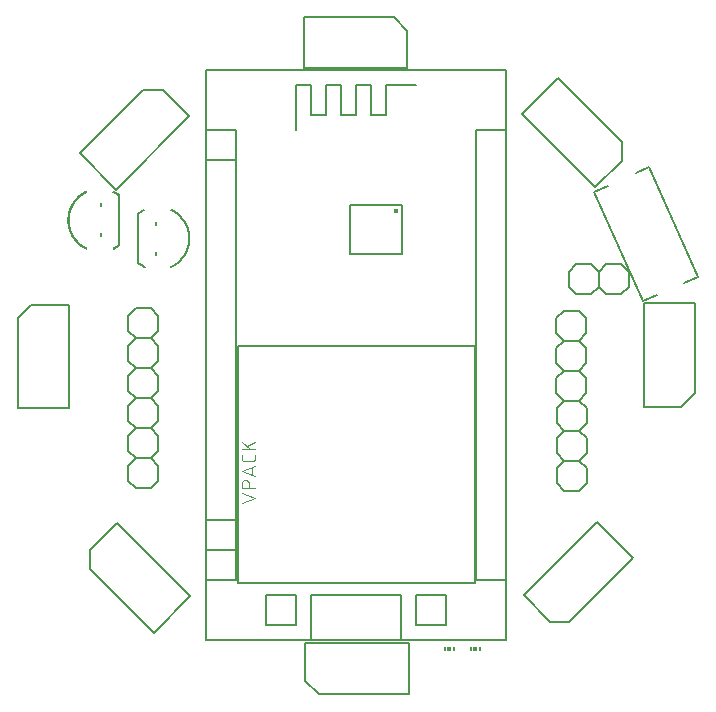
<source format=gto>
G75*
%MOIN*%
%OFA0B0*%
%FSLAX25Y25*%
%IPPOS*%
%LPD*%
%AMOC8*
5,1,8,0,0,1.08239X$1,22.5*
%
%ADD10C,0.00500*%
%ADD11C,0.00600*%
%ADD12C,0.00050*%
%ADD13C,0.00800*%
%ADD14C,0.00400*%
%ADD15C,0.01761*%
%ADD16R,0.00591X0.01181*%
%ADD17R,0.01181X0.01181*%
D10*
X0032425Y0050263D02*
X0032425Y0056627D01*
X0041264Y0065466D01*
X0065659Y0041071D01*
X0053638Y0029050D01*
X0032425Y0050263D01*
X0071008Y0046435D02*
X0071008Y0056435D01*
X0081008Y0056435D01*
X0081008Y0046435D01*
X0071008Y0046435D01*
X0071008Y0056435D02*
X0071008Y0066435D01*
X0081008Y0066435D01*
X0081008Y0056435D01*
X0081008Y0066435D02*
X0081008Y0186435D01*
X0071008Y0186435D01*
X0071008Y0196435D01*
X0081008Y0196435D01*
X0081008Y0186435D01*
X0071008Y0186435D02*
X0071008Y0066435D01*
X0081748Y0045684D02*
X0160488Y0045684D01*
X0160488Y0124424D01*
X0081748Y0124424D01*
X0081748Y0045684D01*
X0104047Y0025465D02*
X0104047Y0012965D01*
X0108547Y0008465D01*
X0138547Y0008465D01*
X0138547Y0025465D01*
X0104047Y0025465D01*
X0161008Y0046435D02*
X0161008Y0196435D01*
X0171008Y0196435D01*
X0171008Y0046435D01*
X0161008Y0046435D01*
X0176842Y0041437D02*
X0185680Y0032598D01*
X0192044Y0032598D01*
X0213258Y0053812D01*
X0201237Y0065832D01*
X0176842Y0041437D01*
X0216922Y0104259D02*
X0229422Y0104259D01*
X0233922Y0108759D01*
X0233922Y0138759D01*
X0216922Y0138759D01*
X0216922Y0104259D01*
X0200733Y0177479D02*
X0209572Y0186318D01*
X0209572Y0192682D01*
X0188358Y0213895D01*
X0176338Y0201874D01*
X0200733Y0177479D01*
X0138116Y0217122D02*
X0138116Y0229622D01*
X0133616Y0234122D01*
X0103616Y0234122D01*
X0103616Y0217122D01*
X0138116Y0217122D01*
X0116008Y0211435D02*
X0116008Y0201435D01*
X0106008Y0211435D02*
X0101008Y0211435D01*
X0091008Y0216435D02*
X0071008Y0216435D01*
X0056462Y0209959D02*
X0065301Y0201120D01*
X0040906Y0176725D01*
X0028885Y0188746D01*
X0050098Y0209959D01*
X0056462Y0209959D01*
X0041947Y0174893D02*
X0041947Y0158396D01*
X0035947Y0161117D02*
X0035947Y0162172D01*
X0035947Y0171117D02*
X0035947Y0172172D01*
X0048369Y0168730D02*
X0048369Y0152234D01*
X0054369Y0154954D02*
X0054369Y0156009D01*
X0050491Y0150936D02*
X0050266Y0151043D01*
X0050043Y0151155D01*
X0049823Y0151272D01*
X0049606Y0151394D01*
X0049391Y0151522D01*
X0049180Y0151655D01*
X0048972Y0151792D01*
X0048768Y0151935D01*
X0048566Y0152082D01*
X0048369Y0152234D01*
X0059341Y0150982D02*
X0059571Y0151094D01*
X0059798Y0151211D01*
X0060022Y0151333D01*
X0060243Y0151461D01*
X0060460Y0151595D01*
X0060675Y0151733D01*
X0060886Y0151877D01*
X0061093Y0152026D01*
X0061297Y0152180D01*
X0061497Y0152338D01*
X0061693Y0152502D01*
X0061885Y0152670D01*
X0062073Y0152843D01*
X0062257Y0153021D01*
X0062436Y0153202D01*
X0062611Y0153389D01*
X0062781Y0153579D01*
X0062946Y0153773D01*
X0063107Y0153972D01*
X0063263Y0154174D01*
X0063414Y0154380D01*
X0063560Y0154590D01*
X0063700Y0154803D01*
X0063836Y0155019D01*
X0063966Y0155239D01*
X0064091Y0155462D01*
X0064210Y0155687D01*
X0064324Y0155916D01*
X0064432Y0156147D01*
X0064535Y0156381D01*
X0064632Y0156617D01*
X0064723Y0156856D01*
X0064808Y0157096D01*
X0064888Y0157339D01*
X0064961Y0157584D01*
X0065029Y0157830D01*
X0065090Y0158078D01*
X0065145Y0158327D01*
X0065195Y0158577D01*
X0065238Y0158829D01*
X0065275Y0159082D01*
X0065306Y0159335D01*
X0065331Y0159589D01*
X0065350Y0159844D01*
X0065362Y0160099D01*
X0065368Y0160354D01*
X0065368Y0160610D01*
X0065362Y0160865D01*
X0065350Y0161120D01*
X0065331Y0161375D01*
X0065306Y0161629D01*
X0065275Y0161882D01*
X0065238Y0162135D01*
X0065195Y0162387D01*
X0065145Y0162637D01*
X0065090Y0162886D01*
X0065029Y0163134D01*
X0064961Y0163380D01*
X0064888Y0163625D01*
X0064808Y0163868D01*
X0064723Y0164108D01*
X0064632Y0164347D01*
X0064535Y0164583D01*
X0064432Y0164817D01*
X0064324Y0165048D01*
X0064210Y0165277D01*
X0064091Y0165502D01*
X0063966Y0165725D01*
X0063836Y0165945D01*
X0063700Y0166161D01*
X0063560Y0166374D01*
X0063414Y0166584D01*
X0063263Y0166790D01*
X0063107Y0166992D01*
X0062946Y0167191D01*
X0062781Y0167385D01*
X0062611Y0167575D01*
X0062436Y0167762D01*
X0062257Y0167943D01*
X0062073Y0168121D01*
X0061885Y0168294D01*
X0061693Y0168462D01*
X0061497Y0168626D01*
X0061297Y0168784D01*
X0061093Y0168938D01*
X0060886Y0169087D01*
X0060675Y0169231D01*
X0060460Y0169369D01*
X0060243Y0169503D01*
X0060022Y0169631D01*
X0059798Y0169753D01*
X0059571Y0169870D01*
X0059341Y0169982D01*
X0054369Y0166009D02*
X0054369Y0164954D01*
X0050397Y0169984D02*
X0050182Y0169880D01*
X0049969Y0169771D01*
X0049759Y0169657D01*
X0049552Y0169538D01*
X0049347Y0169415D01*
X0049145Y0169287D01*
X0048946Y0169154D01*
X0048751Y0169017D01*
X0048558Y0168876D01*
X0048369Y0168730D01*
X0025231Y0138308D02*
X0012731Y0138308D01*
X0008231Y0133808D01*
X0008231Y0103808D01*
X0025231Y0103808D01*
X0025231Y0138308D01*
X0118919Y0155135D02*
X0136242Y0155135D01*
X0136242Y0171671D01*
X0118919Y0171671D01*
X0118919Y0155135D01*
D11*
X0055073Y0134677D02*
X0055073Y0129677D01*
X0052573Y0127177D01*
X0055073Y0124677D01*
X0055073Y0119677D01*
X0052573Y0117177D01*
X0055073Y0114677D01*
X0055073Y0109677D01*
X0052573Y0107177D01*
X0047573Y0107177D01*
X0045073Y0109677D01*
X0045073Y0114677D01*
X0047573Y0117177D01*
X0045073Y0119677D01*
X0045073Y0124677D01*
X0047573Y0127177D01*
X0045073Y0129677D01*
X0045073Y0134677D01*
X0047573Y0137177D01*
X0052573Y0137177D01*
X0055073Y0134677D01*
X0052573Y0127177D02*
X0047573Y0127177D01*
X0047573Y0117177D02*
X0052573Y0117177D01*
X0052603Y0107085D02*
X0047603Y0107085D01*
X0045103Y0104585D01*
X0045103Y0099585D01*
X0047603Y0097085D01*
X0052603Y0097085D01*
X0055103Y0099585D01*
X0055103Y0104585D01*
X0052603Y0107085D01*
X0052603Y0097085D02*
X0055103Y0094585D01*
X0055103Y0089585D01*
X0052603Y0087085D01*
X0055103Y0084585D01*
X0055103Y0079585D01*
X0052603Y0077085D01*
X0047603Y0077085D01*
X0045103Y0079585D01*
X0045103Y0084585D01*
X0047603Y0087085D01*
X0045103Y0089585D01*
X0045103Y0094585D01*
X0047603Y0097085D01*
X0047603Y0087085D02*
X0052603Y0087085D01*
X0187803Y0088735D02*
X0187803Y0093735D01*
X0190303Y0096235D01*
X0187803Y0098735D01*
X0187803Y0103735D01*
X0190303Y0106235D01*
X0195303Y0106235D01*
X0197803Y0103735D01*
X0197803Y0098735D01*
X0195303Y0096235D01*
X0197803Y0093735D01*
X0197803Y0088735D01*
X0195303Y0086235D01*
X0197803Y0083735D01*
X0197803Y0078735D01*
X0195303Y0076235D01*
X0190303Y0076235D01*
X0187803Y0078735D01*
X0187803Y0083735D01*
X0190303Y0086235D01*
X0187803Y0088735D01*
X0190303Y0086235D02*
X0195303Y0086235D01*
X0195303Y0096235D02*
X0190303Y0096235D01*
X0190253Y0106263D02*
X0187753Y0108763D01*
X0187753Y0113763D01*
X0190253Y0116263D01*
X0187753Y0118763D01*
X0187753Y0123763D01*
X0190253Y0126263D01*
X0187753Y0128763D01*
X0187753Y0133763D01*
X0190253Y0136263D01*
X0195253Y0136263D01*
X0197753Y0133763D01*
X0197753Y0128763D01*
X0195253Y0126263D01*
X0197753Y0123763D01*
X0197753Y0118763D01*
X0195253Y0116263D01*
X0197753Y0113763D01*
X0197753Y0108763D01*
X0195253Y0106263D01*
X0190253Y0106263D01*
X0190253Y0116263D02*
X0195253Y0116263D01*
X0195253Y0126263D02*
X0190253Y0126263D01*
X0194359Y0141889D02*
X0191859Y0144389D01*
X0191859Y0149389D01*
X0194359Y0151889D01*
X0199359Y0151889D01*
X0201859Y0149389D01*
X0204359Y0151889D01*
X0209359Y0151889D01*
X0211859Y0149389D01*
X0211859Y0144389D01*
X0209359Y0141889D01*
X0204359Y0141889D01*
X0201859Y0144389D01*
X0199359Y0141889D01*
X0194359Y0141889D01*
X0201859Y0144389D02*
X0201859Y0149389D01*
D12*
X0030857Y0176337D02*
X0031049Y0175930D01*
X0031048Y0175931D02*
X0030822Y0175820D01*
X0030598Y0175704D01*
X0030377Y0175582D01*
X0030160Y0175455D01*
X0029945Y0175323D01*
X0029734Y0175185D01*
X0029526Y0175043D01*
X0029322Y0174895D01*
X0029121Y0174742D01*
X0028925Y0174585D01*
X0028732Y0174422D01*
X0028543Y0174255D01*
X0028359Y0174084D01*
X0028178Y0173907D01*
X0028002Y0173727D01*
X0027831Y0173542D01*
X0027664Y0173353D01*
X0027502Y0173160D01*
X0027344Y0172964D01*
X0027192Y0172763D01*
X0027044Y0172559D01*
X0026902Y0172351D01*
X0026764Y0172139D01*
X0026632Y0171925D01*
X0026505Y0171707D01*
X0026384Y0171486D01*
X0026268Y0171262D01*
X0026157Y0171036D01*
X0026053Y0170807D01*
X0025953Y0170575D01*
X0025860Y0170341D01*
X0025772Y0170105D01*
X0025690Y0169866D01*
X0025614Y0169626D01*
X0025544Y0169384D01*
X0025480Y0169140D01*
X0025421Y0168895D01*
X0025369Y0168648D01*
X0025323Y0168401D01*
X0025283Y0168152D01*
X0025249Y0167902D01*
X0025221Y0167652D01*
X0025200Y0167400D01*
X0025184Y0167149D01*
X0025175Y0166897D01*
X0025172Y0166645D01*
X0025175Y0166393D01*
X0025184Y0166141D01*
X0025200Y0165890D01*
X0025221Y0165638D01*
X0025249Y0165388D01*
X0025283Y0165138D01*
X0025323Y0164889D01*
X0025369Y0164642D01*
X0025421Y0164395D01*
X0025480Y0164150D01*
X0025544Y0163906D01*
X0025614Y0163664D01*
X0025690Y0163424D01*
X0025772Y0163185D01*
X0025860Y0162949D01*
X0025953Y0162715D01*
X0026053Y0162483D01*
X0026157Y0162254D01*
X0026268Y0162028D01*
X0026384Y0161804D01*
X0026505Y0161583D01*
X0026632Y0161365D01*
X0026764Y0161151D01*
X0026902Y0160939D01*
X0027044Y0160731D01*
X0027192Y0160527D01*
X0027344Y0160326D01*
X0027502Y0160130D01*
X0027664Y0159937D01*
X0027831Y0159748D01*
X0028002Y0159563D01*
X0028178Y0159383D01*
X0028359Y0159206D01*
X0028543Y0159035D01*
X0028732Y0158868D01*
X0028925Y0158705D01*
X0029121Y0158548D01*
X0029322Y0158395D01*
X0029526Y0158247D01*
X0029734Y0158105D01*
X0029945Y0157967D01*
X0030160Y0157835D01*
X0030377Y0157708D01*
X0030598Y0157586D01*
X0030822Y0157470D01*
X0031048Y0157359D01*
X0030857Y0156953D01*
X0030857Y0156952D01*
X0030620Y0157068D01*
X0030387Y0157189D01*
X0030156Y0157316D01*
X0029929Y0157448D01*
X0029705Y0157587D01*
X0029485Y0157730D01*
X0029268Y0157879D01*
X0029054Y0158033D01*
X0028845Y0158193D01*
X0028640Y0158357D01*
X0028439Y0158527D01*
X0028242Y0158701D01*
X0028049Y0158880D01*
X0027861Y0159064D01*
X0027677Y0159252D01*
X0027498Y0159445D01*
X0027324Y0159642D01*
X0027154Y0159844D01*
X0026990Y0160049D01*
X0026831Y0160259D01*
X0026677Y0160472D01*
X0026528Y0160689D01*
X0026384Y0160909D01*
X0026247Y0161134D01*
X0026114Y0161361D01*
X0025987Y0161591D01*
X0025866Y0161825D01*
X0025751Y0162061D01*
X0025641Y0162301D01*
X0025538Y0162542D01*
X0025440Y0162787D01*
X0025348Y0163033D01*
X0025263Y0163282D01*
X0025183Y0163533D01*
X0025110Y0163786D01*
X0025043Y0164040D01*
X0024982Y0164296D01*
X0024928Y0164554D01*
X0024880Y0164812D01*
X0024838Y0165072D01*
X0024803Y0165333D01*
X0024774Y0165594D01*
X0024751Y0165856D01*
X0024735Y0166119D01*
X0024725Y0166382D01*
X0024722Y0166645D01*
X0024725Y0166908D01*
X0024735Y0167171D01*
X0024751Y0167434D01*
X0024774Y0167696D01*
X0024803Y0167957D01*
X0024838Y0168218D01*
X0024880Y0168478D01*
X0024928Y0168736D01*
X0024982Y0168994D01*
X0025043Y0169250D01*
X0025110Y0169504D01*
X0025183Y0169757D01*
X0025263Y0170008D01*
X0025348Y0170257D01*
X0025440Y0170503D01*
X0025538Y0170748D01*
X0025641Y0170989D01*
X0025751Y0171229D01*
X0025866Y0171465D01*
X0025987Y0171699D01*
X0026114Y0171929D01*
X0026247Y0172156D01*
X0026384Y0172381D01*
X0026528Y0172601D01*
X0026677Y0172818D01*
X0026831Y0173031D01*
X0026990Y0173241D01*
X0027154Y0173446D01*
X0027324Y0173648D01*
X0027498Y0173845D01*
X0027677Y0174038D01*
X0027861Y0174226D01*
X0028049Y0174410D01*
X0028242Y0174589D01*
X0028439Y0174763D01*
X0028640Y0174933D01*
X0028845Y0175097D01*
X0029054Y0175257D01*
X0029268Y0175411D01*
X0029485Y0175560D01*
X0029705Y0175703D01*
X0029929Y0175842D01*
X0030156Y0175974D01*
X0030387Y0176101D01*
X0030620Y0176222D01*
X0030857Y0176338D01*
X0030877Y0176295D01*
X0030641Y0176180D01*
X0030409Y0176060D01*
X0030179Y0175933D01*
X0029953Y0175801D01*
X0029730Y0175664D01*
X0029511Y0175521D01*
X0029295Y0175372D01*
X0029082Y0175219D01*
X0028874Y0175060D01*
X0028670Y0174896D01*
X0028469Y0174728D01*
X0028273Y0174554D01*
X0028081Y0174376D01*
X0027894Y0174193D01*
X0027711Y0174005D01*
X0027533Y0173813D01*
X0027359Y0173617D01*
X0027191Y0173416D01*
X0027027Y0173212D01*
X0026868Y0173003D01*
X0026715Y0172791D01*
X0026567Y0172575D01*
X0026424Y0172355D01*
X0026287Y0172132D01*
X0026155Y0171906D01*
X0026029Y0171676D01*
X0025908Y0171444D01*
X0025793Y0171208D01*
X0025684Y0170970D01*
X0025581Y0170729D01*
X0025484Y0170486D01*
X0025393Y0170241D01*
X0025307Y0169993D01*
X0025228Y0169743D01*
X0025155Y0169492D01*
X0025089Y0169238D01*
X0025028Y0168983D01*
X0024974Y0168727D01*
X0024926Y0168470D01*
X0024884Y0168211D01*
X0024849Y0167951D01*
X0024820Y0167691D01*
X0024798Y0167430D01*
X0024782Y0167169D01*
X0024772Y0166907D01*
X0024769Y0166645D01*
X0024772Y0166383D01*
X0024782Y0166121D01*
X0024798Y0165860D01*
X0024820Y0165599D01*
X0024849Y0165339D01*
X0024884Y0165079D01*
X0024926Y0164820D01*
X0024974Y0164563D01*
X0025028Y0164307D01*
X0025089Y0164052D01*
X0025155Y0163798D01*
X0025228Y0163547D01*
X0025307Y0163297D01*
X0025393Y0163049D01*
X0025484Y0162804D01*
X0025581Y0162561D01*
X0025684Y0162320D01*
X0025793Y0162082D01*
X0025908Y0161846D01*
X0026029Y0161614D01*
X0026155Y0161384D01*
X0026287Y0161158D01*
X0026424Y0160935D01*
X0026567Y0160715D01*
X0026715Y0160499D01*
X0026868Y0160287D01*
X0027027Y0160078D01*
X0027191Y0159874D01*
X0027359Y0159673D01*
X0027533Y0159477D01*
X0027711Y0159285D01*
X0027894Y0159097D01*
X0028081Y0158914D01*
X0028273Y0158736D01*
X0028469Y0158562D01*
X0028670Y0158394D01*
X0028874Y0158230D01*
X0029082Y0158071D01*
X0029295Y0157918D01*
X0029511Y0157769D01*
X0029730Y0157626D01*
X0029953Y0157489D01*
X0030179Y0157357D01*
X0030409Y0157230D01*
X0030641Y0157110D01*
X0030877Y0156995D01*
X0030897Y0157037D01*
X0030662Y0157152D01*
X0030431Y0157272D01*
X0030202Y0157398D01*
X0029977Y0157529D01*
X0029755Y0157666D01*
X0029537Y0157808D01*
X0029322Y0157956D01*
X0029110Y0158109D01*
X0028903Y0158267D01*
X0028699Y0158430D01*
X0028500Y0158598D01*
X0028305Y0158771D01*
X0028114Y0158948D01*
X0027927Y0159131D01*
X0027745Y0159317D01*
X0027567Y0159508D01*
X0027395Y0159704D01*
X0027227Y0159903D01*
X0027064Y0160107D01*
X0026906Y0160315D01*
X0026753Y0160526D01*
X0026606Y0160741D01*
X0026464Y0160960D01*
X0026327Y0161182D01*
X0026196Y0161407D01*
X0026070Y0161636D01*
X0025950Y0161867D01*
X0025836Y0162102D01*
X0025727Y0162339D01*
X0025624Y0162579D01*
X0025528Y0162821D01*
X0025437Y0163065D01*
X0025352Y0163312D01*
X0025273Y0163560D01*
X0025201Y0163811D01*
X0025134Y0164063D01*
X0025074Y0164317D01*
X0025020Y0164572D01*
X0024972Y0164828D01*
X0024931Y0165086D01*
X0024896Y0165344D01*
X0024867Y0165603D01*
X0024845Y0165863D01*
X0024829Y0166124D01*
X0024819Y0166384D01*
X0024816Y0166645D01*
X0024819Y0166906D01*
X0024829Y0167166D01*
X0024845Y0167427D01*
X0024867Y0167687D01*
X0024896Y0167946D01*
X0024931Y0168204D01*
X0024972Y0168462D01*
X0025020Y0168718D01*
X0025074Y0168973D01*
X0025134Y0169227D01*
X0025201Y0169479D01*
X0025273Y0169730D01*
X0025352Y0169978D01*
X0025437Y0170225D01*
X0025528Y0170469D01*
X0025624Y0170711D01*
X0025727Y0170951D01*
X0025836Y0171188D01*
X0025950Y0171423D01*
X0026070Y0171654D01*
X0026196Y0171883D01*
X0026327Y0172108D01*
X0026464Y0172330D01*
X0026606Y0172549D01*
X0026753Y0172764D01*
X0026906Y0172975D01*
X0027064Y0173183D01*
X0027227Y0173387D01*
X0027395Y0173586D01*
X0027567Y0173782D01*
X0027745Y0173973D01*
X0027927Y0174159D01*
X0028114Y0174342D01*
X0028305Y0174519D01*
X0028500Y0174692D01*
X0028699Y0174860D01*
X0028903Y0175023D01*
X0029110Y0175181D01*
X0029322Y0175334D01*
X0029537Y0175482D01*
X0029755Y0175624D01*
X0029977Y0175761D01*
X0030202Y0175892D01*
X0030431Y0176018D01*
X0030662Y0176138D01*
X0030897Y0176253D01*
X0030917Y0176210D01*
X0030683Y0176096D01*
X0030453Y0175977D01*
X0030225Y0175851D01*
X0030001Y0175720D01*
X0029780Y0175584D01*
X0029563Y0175442D01*
X0029349Y0175296D01*
X0029138Y0175143D01*
X0028932Y0174986D01*
X0028729Y0174824D01*
X0028531Y0174656D01*
X0028336Y0174484D01*
X0028146Y0174308D01*
X0027960Y0174126D01*
X0027779Y0173940D01*
X0027602Y0173750D01*
X0027430Y0173555D01*
X0027263Y0173357D01*
X0027101Y0173154D01*
X0026944Y0172947D01*
X0026792Y0172737D01*
X0026645Y0172523D01*
X0026504Y0172305D01*
X0026367Y0172084D01*
X0026237Y0171860D01*
X0026112Y0171632D01*
X0025992Y0171402D01*
X0025878Y0171168D01*
X0025770Y0170932D01*
X0025668Y0170693D01*
X0025572Y0170452D01*
X0025481Y0170209D01*
X0025397Y0169963D01*
X0025318Y0169716D01*
X0025246Y0169467D01*
X0025180Y0169215D01*
X0025120Y0168963D01*
X0025066Y0168709D01*
X0025019Y0168454D01*
X0024977Y0168197D01*
X0024943Y0167940D01*
X0024914Y0167682D01*
X0024892Y0167423D01*
X0024876Y0167164D01*
X0024866Y0166905D01*
X0024863Y0166645D01*
X0024866Y0166385D01*
X0024876Y0166126D01*
X0024892Y0165867D01*
X0024914Y0165608D01*
X0024943Y0165350D01*
X0024977Y0165093D01*
X0025019Y0164836D01*
X0025066Y0164581D01*
X0025120Y0164327D01*
X0025180Y0164075D01*
X0025246Y0163823D01*
X0025318Y0163574D01*
X0025397Y0163327D01*
X0025481Y0163081D01*
X0025572Y0162838D01*
X0025668Y0162597D01*
X0025770Y0162358D01*
X0025878Y0162122D01*
X0025992Y0161888D01*
X0026112Y0161658D01*
X0026237Y0161430D01*
X0026367Y0161206D01*
X0026504Y0160985D01*
X0026645Y0160767D01*
X0026792Y0160553D01*
X0026944Y0160343D01*
X0027101Y0160136D01*
X0027263Y0159933D01*
X0027430Y0159735D01*
X0027602Y0159540D01*
X0027779Y0159350D01*
X0027960Y0159164D01*
X0028146Y0158982D01*
X0028336Y0158806D01*
X0028531Y0158634D01*
X0028729Y0158466D01*
X0028932Y0158304D01*
X0029138Y0158147D01*
X0029349Y0157994D01*
X0029563Y0157848D01*
X0029780Y0157706D01*
X0030001Y0157570D01*
X0030225Y0157439D01*
X0030453Y0157313D01*
X0030683Y0157194D01*
X0030917Y0157080D01*
X0030937Y0157122D01*
X0030704Y0157236D01*
X0030475Y0157355D01*
X0030249Y0157480D01*
X0030025Y0157610D01*
X0029805Y0157746D01*
X0029589Y0157887D01*
X0029376Y0158033D01*
X0029166Y0158184D01*
X0028961Y0158341D01*
X0028759Y0158503D01*
X0028561Y0158669D01*
X0028368Y0158840D01*
X0028178Y0159016D01*
X0027993Y0159197D01*
X0027813Y0159382D01*
X0027637Y0159572D01*
X0027466Y0159765D01*
X0027300Y0159963D01*
X0027138Y0160165D01*
X0026982Y0160371D01*
X0026830Y0160580D01*
X0026684Y0160793D01*
X0026543Y0161010D01*
X0026408Y0161230D01*
X0026278Y0161454D01*
X0026153Y0161680D01*
X0026034Y0161910D01*
X0025921Y0162142D01*
X0025813Y0162377D01*
X0025711Y0162615D01*
X0025615Y0162855D01*
X0025525Y0163097D01*
X0025441Y0163341D01*
X0025363Y0163588D01*
X0025291Y0163836D01*
X0025225Y0164086D01*
X0025166Y0164337D01*
X0025112Y0164590D01*
X0025065Y0164844D01*
X0025024Y0165100D01*
X0024989Y0165356D01*
X0024961Y0165613D01*
X0024939Y0165870D01*
X0024923Y0166128D01*
X0024913Y0166387D01*
X0024910Y0166645D01*
X0024913Y0166903D01*
X0024923Y0167162D01*
X0024939Y0167420D01*
X0024961Y0167677D01*
X0024989Y0167934D01*
X0025024Y0168190D01*
X0025065Y0168446D01*
X0025112Y0168700D01*
X0025166Y0168953D01*
X0025225Y0169204D01*
X0025291Y0169454D01*
X0025363Y0169702D01*
X0025441Y0169949D01*
X0025525Y0170193D01*
X0025615Y0170435D01*
X0025711Y0170675D01*
X0025813Y0170913D01*
X0025921Y0171148D01*
X0026034Y0171380D01*
X0026153Y0171610D01*
X0026278Y0171836D01*
X0026408Y0172060D01*
X0026543Y0172280D01*
X0026684Y0172497D01*
X0026830Y0172710D01*
X0026982Y0172919D01*
X0027138Y0173125D01*
X0027300Y0173327D01*
X0027466Y0173525D01*
X0027637Y0173718D01*
X0027813Y0173908D01*
X0027993Y0174093D01*
X0028178Y0174274D01*
X0028368Y0174450D01*
X0028561Y0174621D01*
X0028759Y0174787D01*
X0028961Y0174949D01*
X0029166Y0175106D01*
X0029376Y0175257D01*
X0029589Y0175403D01*
X0029805Y0175544D01*
X0030025Y0175680D01*
X0030249Y0175810D01*
X0030475Y0175935D01*
X0030704Y0176054D01*
X0030937Y0176168D01*
X0030957Y0176125D01*
X0030725Y0176012D01*
X0030497Y0175894D01*
X0030272Y0175769D01*
X0030049Y0175640D01*
X0029830Y0175505D01*
X0029615Y0175364D01*
X0029403Y0175219D01*
X0029194Y0175068D01*
X0028989Y0174912D01*
X0028789Y0174751D01*
X0028592Y0174585D01*
X0028399Y0174415D01*
X0028211Y0174239D01*
X0028027Y0174060D01*
X0027847Y0173875D01*
X0027672Y0173687D01*
X0027501Y0173494D01*
X0027336Y0173297D01*
X0027175Y0173096D01*
X0027019Y0172891D01*
X0026869Y0172683D01*
X0026723Y0172470D01*
X0026583Y0172255D01*
X0026448Y0172036D01*
X0026318Y0171813D01*
X0026194Y0171588D01*
X0026076Y0171359D01*
X0025963Y0171128D01*
X0025856Y0170894D01*
X0025755Y0170657D01*
X0025659Y0170418D01*
X0025570Y0170177D01*
X0025486Y0169934D01*
X0025408Y0169689D01*
X0025337Y0169441D01*
X0025271Y0169193D01*
X0025212Y0168942D01*
X0025158Y0168690D01*
X0025111Y0168438D01*
X0025070Y0168183D01*
X0025036Y0167928D01*
X0025007Y0167673D01*
X0024985Y0167416D01*
X0024970Y0167159D01*
X0024960Y0166902D01*
X0024957Y0166645D01*
X0024960Y0166388D01*
X0024970Y0166131D01*
X0024985Y0165874D01*
X0025007Y0165617D01*
X0025036Y0165362D01*
X0025070Y0165107D01*
X0025111Y0164852D01*
X0025158Y0164600D01*
X0025212Y0164348D01*
X0025271Y0164097D01*
X0025337Y0163849D01*
X0025408Y0163601D01*
X0025486Y0163356D01*
X0025570Y0163113D01*
X0025659Y0162872D01*
X0025755Y0162633D01*
X0025856Y0162396D01*
X0025963Y0162162D01*
X0026076Y0161931D01*
X0026194Y0161702D01*
X0026318Y0161477D01*
X0026448Y0161254D01*
X0026583Y0161035D01*
X0026723Y0160820D01*
X0026869Y0160607D01*
X0027019Y0160399D01*
X0027175Y0160194D01*
X0027336Y0159993D01*
X0027501Y0159796D01*
X0027672Y0159603D01*
X0027847Y0159415D01*
X0028027Y0159230D01*
X0028211Y0159051D01*
X0028399Y0158875D01*
X0028592Y0158705D01*
X0028789Y0158539D01*
X0028989Y0158378D01*
X0029194Y0158222D01*
X0029403Y0158071D01*
X0029615Y0157926D01*
X0029830Y0157785D01*
X0030049Y0157650D01*
X0030272Y0157521D01*
X0030497Y0157396D01*
X0030725Y0157278D01*
X0030957Y0157165D01*
X0030977Y0157207D01*
X0030746Y0157320D01*
X0030519Y0157438D01*
X0030295Y0157561D01*
X0030074Y0157691D01*
X0029855Y0157825D01*
X0029641Y0157965D01*
X0029430Y0158110D01*
X0029222Y0158260D01*
X0029018Y0158415D01*
X0028818Y0158575D01*
X0028622Y0158740D01*
X0028431Y0158910D01*
X0028243Y0159085D01*
X0028060Y0159264D01*
X0027881Y0159447D01*
X0027707Y0159635D01*
X0027537Y0159827D01*
X0027372Y0160023D01*
X0027212Y0160223D01*
X0027057Y0160427D01*
X0026907Y0160635D01*
X0026762Y0160846D01*
X0026623Y0161061D01*
X0026488Y0161279D01*
X0026359Y0161500D01*
X0026236Y0161725D01*
X0026118Y0161952D01*
X0026006Y0162182D01*
X0025899Y0162415D01*
X0025798Y0162651D01*
X0025703Y0162888D01*
X0025614Y0163129D01*
X0025531Y0163371D01*
X0025453Y0163615D01*
X0025382Y0163861D01*
X0025317Y0164109D01*
X0025257Y0164358D01*
X0025204Y0164609D01*
X0025158Y0164861D01*
X0025117Y0165113D01*
X0025082Y0165367D01*
X0025054Y0165622D01*
X0025032Y0165877D01*
X0025017Y0166133D01*
X0025007Y0166389D01*
X0025004Y0166645D01*
X0025007Y0166901D01*
X0025017Y0167157D01*
X0025032Y0167413D01*
X0025054Y0167668D01*
X0025082Y0167923D01*
X0025117Y0168177D01*
X0025158Y0168429D01*
X0025204Y0168681D01*
X0025257Y0168932D01*
X0025317Y0169181D01*
X0025382Y0169429D01*
X0025453Y0169675D01*
X0025531Y0169919D01*
X0025614Y0170161D01*
X0025703Y0170402D01*
X0025798Y0170639D01*
X0025899Y0170875D01*
X0026006Y0171108D01*
X0026118Y0171338D01*
X0026236Y0171565D01*
X0026359Y0171790D01*
X0026488Y0172011D01*
X0026623Y0172229D01*
X0026762Y0172444D01*
X0026907Y0172655D01*
X0027057Y0172863D01*
X0027212Y0173067D01*
X0027372Y0173267D01*
X0027537Y0173463D01*
X0027707Y0173655D01*
X0027881Y0173843D01*
X0028060Y0174026D01*
X0028243Y0174205D01*
X0028431Y0174380D01*
X0028622Y0174550D01*
X0028818Y0174715D01*
X0029018Y0174875D01*
X0029222Y0175030D01*
X0029430Y0175180D01*
X0029641Y0175325D01*
X0029855Y0175465D01*
X0030074Y0175599D01*
X0030295Y0175729D01*
X0030519Y0175852D01*
X0030746Y0175970D01*
X0030977Y0176083D01*
X0030997Y0176040D01*
X0030768Y0175928D01*
X0030541Y0175811D01*
X0030318Y0175688D01*
X0030098Y0175559D01*
X0029881Y0175425D01*
X0029667Y0175286D01*
X0029457Y0175142D01*
X0029250Y0174992D01*
X0029047Y0174838D01*
X0028848Y0174678D01*
X0028653Y0174514D01*
X0028462Y0174345D01*
X0028275Y0174171D01*
X0028093Y0173993D01*
X0027915Y0173810D01*
X0027741Y0173624D01*
X0027573Y0173432D01*
X0027408Y0173237D01*
X0027249Y0173038D01*
X0027095Y0172835D01*
X0026945Y0172628D01*
X0026801Y0172418D01*
X0026662Y0172204D01*
X0026529Y0171987D01*
X0026400Y0171767D01*
X0026277Y0171543D01*
X0026160Y0171317D01*
X0026048Y0171088D01*
X0025942Y0170856D01*
X0025842Y0170621D01*
X0025747Y0170385D01*
X0025658Y0170146D01*
X0025575Y0169904D01*
X0025498Y0169661D01*
X0025427Y0169416D01*
X0025362Y0169170D01*
X0025303Y0168922D01*
X0025251Y0168672D01*
X0025204Y0168421D01*
X0025163Y0168170D01*
X0025129Y0167917D01*
X0025101Y0167663D01*
X0025079Y0167409D01*
X0025064Y0167155D01*
X0025054Y0166900D01*
X0025051Y0166645D01*
X0025054Y0166390D01*
X0025064Y0166135D01*
X0025079Y0165881D01*
X0025101Y0165627D01*
X0025129Y0165373D01*
X0025163Y0165120D01*
X0025204Y0164869D01*
X0025251Y0164618D01*
X0025303Y0164368D01*
X0025362Y0164120D01*
X0025427Y0163874D01*
X0025498Y0163629D01*
X0025575Y0163386D01*
X0025658Y0163144D01*
X0025747Y0162905D01*
X0025842Y0162669D01*
X0025942Y0162434D01*
X0026048Y0162202D01*
X0026160Y0161973D01*
X0026277Y0161747D01*
X0026400Y0161523D01*
X0026529Y0161303D01*
X0026662Y0161086D01*
X0026801Y0160872D01*
X0026945Y0160662D01*
X0027095Y0160455D01*
X0027249Y0160252D01*
X0027408Y0160053D01*
X0027573Y0159858D01*
X0027741Y0159666D01*
X0027915Y0159480D01*
X0028093Y0159297D01*
X0028275Y0159119D01*
X0028462Y0158945D01*
X0028653Y0158776D01*
X0028848Y0158612D01*
X0029047Y0158452D01*
X0029250Y0158298D01*
X0029457Y0158148D01*
X0029667Y0158004D01*
X0029881Y0157865D01*
X0030098Y0157731D01*
X0030318Y0157602D01*
X0030541Y0157479D01*
X0030768Y0157362D01*
X0030997Y0157250D01*
X0031017Y0157292D01*
X0030789Y0157404D01*
X0030563Y0157521D01*
X0030341Y0157643D01*
X0030122Y0157771D01*
X0029906Y0157905D01*
X0029693Y0158043D01*
X0029484Y0158187D01*
X0029278Y0158336D01*
X0029076Y0158489D01*
X0028878Y0158648D01*
X0028684Y0158812D01*
X0028494Y0158980D01*
X0028308Y0159153D01*
X0028126Y0159330D01*
X0027949Y0159512D01*
X0027776Y0159698D01*
X0027608Y0159888D01*
X0027445Y0160083D01*
X0027286Y0160281D01*
X0027133Y0160483D01*
X0026984Y0160689D01*
X0026840Y0160898D01*
X0026702Y0161111D01*
X0026569Y0161327D01*
X0026441Y0161546D01*
X0026319Y0161769D01*
X0026202Y0161994D01*
X0026091Y0162222D01*
X0025985Y0162453D01*
X0025885Y0162687D01*
X0025791Y0162922D01*
X0025702Y0163160D01*
X0025620Y0163400D01*
X0025543Y0163642D01*
X0025472Y0163886D01*
X0025408Y0164132D01*
X0025349Y0164379D01*
X0025297Y0164627D01*
X0025250Y0164877D01*
X0025210Y0165127D01*
X0025176Y0165379D01*
X0025148Y0165631D01*
X0025126Y0165884D01*
X0025110Y0166137D01*
X0025101Y0166391D01*
X0025098Y0166645D01*
X0025101Y0166899D01*
X0025110Y0167153D01*
X0025126Y0167406D01*
X0025148Y0167659D01*
X0025176Y0167911D01*
X0025210Y0168163D01*
X0025250Y0168413D01*
X0025297Y0168663D01*
X0025349Y0168911D01*
X0025408Y0169158D01*
X0025472Y0169404D01*
X0025543Y0169648D01*
X0025620Y0169890D01*
X0025702Y0170130D01*
X0025791Y0170368D01*
X0025885Y0170603D01*
X0025985Y0170837D01*
X0026091Y0171068D01*
X0026202Y0171296D01*
X0026319Y0171521D01*
X0026441Y0171744D01*
X0026569Y0171963D01*
X0026702Y0172179D01*
X0026840Y0172392D01*
X0026984Y0172601D01*
X0027133Y0172807D01*
X0027286Y0173009D01*
X0027445Y0173207D01*
X0027608Y0173402D01*
X0027776Y0173592D01*
X0027949Y0173778D01*
X0028126Y0173960D01*
X0028308Y0174137D01*
X0028494Y0174310D01*
X0028684Y0174478D01*
X0028878Y0174642D01*
X0029076Y0174801D01*
X0029278Y0174954D01*
X0029484Y0175103D01*
X0029693Y0175247D01*
X0029906Y0175385D01*
X0030122Y0175519D01*
X0030341Y0175647D01*
X0030563Y0175769D01*
X0030789Y0175886D01*
X0031017Y0175998D01*
X0031037Y0175955D01*
X0030810Y0175844D01*
X0030585Y0175728D01*
X0030364Y0175606D01*
X0030146Y0175478D01*
X0029931Y0175346D01*
X0029719Y0175208D01*
X0029511Y0175065D01*
X0029306Y0174917D01*
X0029105Y0174763D01*
X0028908Y0174605D01*
X0028714Y0174443D01*
X0028525Y0174275D01*
X0028340Y0174103D01*
X0028159Y0173927D01*
X0027983Y0173746D01*
X0027811Y0173560D01*
X0027644Y0173371D01*
X0027481Y0173178D01*
X0027323Y0172980D01*
X0027170Y0172779D01*
X0027022Y0172574D01*
X0026879Y0172366D01*
X0026742Y0172154D01*
X0026609Y0171939D01*
X0026482Y0171720D01*
X0026360Y0171499D01*
X0026244Y0171275D01*
X0026133Y0171047D01*
X0026028Y0170818D01*
X0025928Y0170585D01*
X0025835Y0170351D01*
X0025747Y0170114D01*
X0025664Y0169875D01*
X0025588Y0169634D01*
X0025518Y0169391D01*
X0025453Y0169147D01*
X0025395Y0168901D01*
X0025343Y0168654D01*
X0025297Y0168405D01*
X0025256Y0168156D01*
X0025222Y0167905D01*
X0025195Y0167654D01*
X0025173Y0167402D01*
X0025157Y0167150D01*
X0025148Y0166898D01*
X0025145Y0166645D01*
X0025148Y0166392D01*
X0025157Y0166140D01*
X0025173Y0165888D01*
X0025195Y0165636D01*
X0025222Y0165385D01*
X0025256Y0165134D01*
X0025297Y0164885D01*
X0025343Y0164636D01*
X0025395Y0164389D01*
X0025453Y0164143D01*
X0025518Y0163899D01*
X0025588Y0163656D01*
X0025664Y0163415D01*
X0025747Y0163176D01*
X0025835Y0162939D01*
X0025928Y0162705D01*
X0026028Y0162472D01*
X0026133Y0162243D01*
X0026244Y0162015D01*
X0026360Y0161791D01*
X0026482Y0161570D01*
X0026609Y0161351D01*
X0026742Y0161136D01*
X0026879Y0160924D01*
X0027022Y0160716D01*
X0027170Y0160511D01*
X0027323Y0160310D01*
X0027481Y0160112D01*
X0027644Y0159919D01*
X0027811Y0159730D01*
X0027983Y0159544D01*
X0028159Y0159363D01*
X0028340Y0159187D01*
X0028525Y0159015D01*
X0028714Y0158847D01*
X0028908Y0158685D01*
X0029105Y0158527D01*
X0029306Y0158373D01*
X0029511Y0158225D01*
X0029719Y0158082D01*
X0029931Y0157944D01*
X0030146Y0157812D01*
X0030364Y0157684D01*
X0030585Y0157562D01*
X0030810Y0157446D01*
X0031037Y0157335D01*
X0040036Y0156951D02*
X0039845Y0157358D01*
X0039845Y0157357D02*
X0040051Y0157458D01*
X0040254Y0157562D01*
X0040455Y0157672D01*
X0040654Y0157786D01*
X0040850Y0157904D01*
X0041043Y0158026D01*
X0041233Y0158153D01*
X0041421Y0158284D01*
X0041606Y0158419D01*
X0041787Y0158558D01*
X0042065Y0158205D01*
X0042066Y0158205D01*
X0041876Y0158059D01*
X0041683Y0157918D01*
X0041487Y0157781D01*
X0041288Y0157649D01*
X0041086Y0157521D01*
X0040882Y0157398D01*
X0040674Y0157279D01*
X0040464Y0157164D01*
X0040252Y0157055D01*
X0040037Y0156950D01*
X0040017Y0156993D01*
X0040231Y0157097D01*
X0040442Y0157206D01*
X0040651Y0157320D01*
X0040858Y0157438D01*
X0041062Y0157561D01*
X0041263Y0157688D01*
X0041461Y0157820D01*
X0041656Y0157956D01*
X0041848Y0158097D01*
X0042037Y0158242D01*
X0042008Y0158279D01*
X0041820Y0158135D01*
X0041629Y0157995D01*
X0041434Y0157859D01*
X0041237Y0157728D01*
X0041037Y0157601D01*
X0040834Y0157479D01*
X0040629Y0157361D01*
X0040420Y0157248D01*
X0040210Y0157139D01*
X0039997Y0157035D01*
X0039977Y0157078D01*
X0040189Y0157181D01*
X0040398Y0157289D01*
X0040606Y0157402D01*
X0040810Y0157519D01*
X0041012Y0157641D01*
X0041211Y0157767D01*
X0041408Y0157898D01*
X0041601Y0158033D01*
X0041791Y0158172D01*
X0041979Y0158316D01*
X0041950Y0158353D01*
X0041763Y0158210D01*
X0041574Y0158071D01*
X0041381Y0157937D01*
X0041186Y0157807D01*
X0040988Y0157681D01*
X0040786Y0157560D01*
X0040583Y0157443D01*
X0040377Y0157331D01*
X0040168Y0157223D01*
X0039957Y0157120D01*
X0039937Y0157163D01*
X0040147Y0157265D01*
X0040355Y0157372D01*
X0040560Y0157484D01*
X0040763Y0157600D01*
X0040963Y0157721D01*
X0041160Y0157846D01*
X0041355Y0157975D01*
X0041546Y0158109D01*
X0041735Y0158247D01*
X0041920Y0158389D01*
X0041891Y0158426D01*
X0041707Y0158285D01*
X0041519Y0158147D01*
X0041328Y0158014D01*
X0041135Y0157885D01*
X0040938Y0157761D01*
X0040739Y0157641D01*
X0040537Y0157525D01*
X0040333Y0157414D01*
X0040126Y0157307D01*
X0039917Y0157205D01*
X0039897Y0157248D01*
X0040105Y0157349D01*
X0040311Y0157455D01*
X0040514Y0157566D01*
X0040715Y0157681D01*
X0040913Y0157801D01*
X0041109Y0157925D01*
X0041302Y0158053D01*
X0041492Y0158186D01*
X0041679Y0158322D01*
X0041862Y0158463D01*
X0041833Y0158500D01*
X0041650Y0158360D01*
X0041464Y0158224D01*
X0041275Y0158092D01*
X0041083Y0157964D01*
X0040889Y0157841D01*
X0040691Y0157722D01*
X0040491Y0157607D01*
X0040289Y0157497D01*
X0040084Y0157391D01*
X0039877Y0157290D01*
X0039857Y0157333D01*
X0040063Y0157433D01*
X0040267Y0157539D01*
X0040468Y0157648D01*
X0040667Y0157762D01*
X0040864Y0157881D01*
X0041058Y0158004D01*
X0041249Y0158131D01*
X0041437Y0158262D01*
X0041622Y0158398D01*
X0041804Y0158537D01*
X0042065Y0175084D02*
X0041787Y0174730D01*
X0041787Y0174731D02*
X0041598Y0174876D01*
X0041404Y0175017D01*
X0041208Y0175153D01*
X0041009Y0175285D01*
X0040806Y0175412D01*
X0040601Y0175534D01*
X0040393Y0175652D01*
X0040182Y0175765D01*
X0039968Y0175872D01*
X0039752Y0175975D01*
X0039940Y0176384D01*
X0040166Y0176277D01*
X0040389Y0176164D01*
X0040609Y0176047D01*
X0040826Y0175924D01*
X0041041Y0175796D01*
X0041252Y0175663D01*
X0041461Y0175526D01*
X0041666Y0175383D01*
X0041868Y0175236D01*
X0042066Y0175084D01*
X0042037Y0175047D01*
X0041839Y0175198D01*
X0041639Y0175345D01*
X0041434Y0175487D01*
X0041227Y0175624D01*
X0041016Y0175756D01*
X0040803Y0175883D01*
X0040586Y0176005D01*
X0040367Y0176123D01*
X0040145Y0176235D01*
X0039920Y0176341D01*
X0039901Y0176299D01*
X0040124Y0176192D01*
X0040345Y0176081D01*
X0040564Y0175964D01*
X0040779Y0175842D01*
X0040992Y0175716D01*
X0041201Y0175584D01*
X0041408Y0175448D01*
X0041611Y0175307D01*
X0041811Y0175161D01*
X0042008Y0175010D01*
X0041979Y0174973D01*
X0041783Y0175123D01*
X0041584Y0175268D01*
X0041382Y0175409D01*
X0041176Y0175545D01*
X0040967Y0175676D01*
X0040756Y0175802D01*
X0040541Y0175923D01*
X0040324Y0176039D01*
X0040104Y0176150D01*
X0039881Y0176256D01*
X0039862Y0176213D01*
X0040083Y0176108D01*
X0040302Y0175997D01*
X0040518Y0175882D01*
X0040732Y0175761D01*
X0040943Y0175636D01*
X0041151Y0175505D01*
X0041355Y0175370D01*
X0041557Y0175230D01*
X0041755Y0175086D01*
X0041950Y0174936D01*
X0041920Y0174900D01*
X0041727Y0175048D01*
X0041529Y0175192D01*
X0041329Y0175331D01*
X0041125Y0175466D01*
X0040918Y0175596D01*
X0040709Y0175720D01*
X0040496Y0175840D01*
X0040281Y0175956D01*
X0040063Y0176066D01*
X0039842Y0176170D01*
X0039822Y0176128D01*
X0040042Y0176023D01*
X0040259Y0175914D01*
X0040473Y0175799D01*
X0040685Y0175680D01*
X0040894Y0175555D01*
X0041100Y0175426D01*
X0041302Y0175292D01*
X0041502Y0175154D01*
X0041698Y0175010D01*
X0041891Y0174863D01*
X0041862Y0174826D01*
X0041670Y0174973D01*
X0041475Y0175115D01*
X0041276Y0175253D01*
X0041074Y0175387D01*
X0040869Y0175515D01*
X0040661Y0175639D01*
X0040451Y0175758D01*
X0040237Y0175872D01*
X0040021Y0175981D01*
X0039803Y0176085D01*
X0039783Y0176042D01*
X0040001Y0175939D01*
X0040216Y0175830D01*
X0040428Y0175717D01*
X0040638Y0175598D01*
X0040845Y0175475D01*
X0041049Y0175347D01*
X0041250Y0175215D01*
X0041447Y0175077D01*
X0041642Y0174935D01*
X0041833Y0174789D01*
X0041804Y0174752D01*
X0041614Y0174898D01*
X0041420Y0175039D01*
X0041223Y0175176D01*
X0041023Y0175308D01*
X0040820Y0175435D01*
X0040614Y0175558D01*
X0040406Y0175676D01*
X0040194Y0175789D01*
X0039980Y0175897D01*
X0039764Y0176000D01*
D13*
X0071008Y0216435D02*
X0071008Y0026435D01*
X0106008Y0026435D01*
X0106008Y0041435D01*
X0136008Y0041435D01*
X0136008Y0026435D01*
X0141008Y0031435D02*
X0151008Y0031435D01*
X0151008Y0041435D01*
X0141008Y0041435D01*
X0141008Y0031435D01*
X0171008Y0026435D02*
X0171008Y0216435D01*
X0091008Y0216435D01*
X0101008Y0211435D02*
X0101008Y0196435D01*
X0106008Y0201435D02*
X0111008Y0201435D01*
X0111008Y0211435D01*
X0116008Y0211435D01*
X0121008Y0211435D02*
X0126008Y0211435D01*
X0126008Y0201435D01*
X0131008Y0201435D01*
X0131008Y0211435D01*
X0141008Y0211435D01*
X0121008Y0211435D02*
X0121008Y0201435D01*
X0116008Y0201435D01*
X0106008Y0201435D02*
X0106008Y0211435D01*
X0200449Y0176003D02*
X0205017Y0178037D01*
X0200449Y0176003D02*
X0216719Y0139461D01*
X0221287Y0141495D01*
X0230422Y0145562D02*
X0234990Y0147596D01*
X0218720Y0184138D01*
X0214153Y0182104D01*
X0101008Y0041435D02*
X0091008Y0041435D01*
X0091008Y0031435D01*
X0101008Y0031435D01*
X0101008Y0041435D01*
X0106008Y0026435D02*
X0171008Y0026435D01*
D14*
X0087418Y0073887D02*
X0082818Y0075420D01*
X0082818Y0077326D02*
X0082818Y0078604D01*
X0082817Y0078604D02*
X0082819Y0078674D01*
X0082825Y0078745D01*
X0082834Y0078814D01*
X0082848Y0078883D01*
X0082865Y0078952D01*
X0082886Y0079019D01*
X0082911Y0079085D01*
X0082939Y0079149D01*
X0082971Y0079212D01*
X0083006Y0079273D01*
X0083045Y0079332D01*
X0083086Y0079389D01*
X0083131Y0079443D01*
X0083179Y0079495D01*
X0083229Y0079544D01*
X0083283Y0079591D01*
X0083338Y0079634D01*
X0083396Y0079674D01*
X0083456Y0079711D01*
X0083518Y0079744D01*
X0083582Y0079774D01*
X0083647Y0079801D01*
X0083713Y0079824D01*
X0083781Y0079843D01*
X0083850Y0079858D01*
X0083919Y0079870D01*
X0083989Y0079878D01*
X0084060Y0079882D01*
X0084130Y0079882D01*
X0084201Y0079878D01*
X0084271Y0079870D01*
X0084340Y0079858D01*
X0084409Y0079843D01*
X0084477Y0079824D01*
X0084543Y0079801D01*
X0084608Y0079774D01*
X0084672Y0079744D01*
X0084734Y0079711D01*
X0084794Y0079674D01*
X0084852Y0079634D01*
X0084907Y0079591D01*
X0084961Y0079544D01*
X0085011Y0079495D01*
X0085059Y0079443D01*
X0085104Y0079389D01*
X0085145Y0079332D01*
X0085184Y0079273D01*
X0085219Y0079212D01*
X0085251Y0079149D01*
X0085279Y0079085D01*
X0085304Y0079019D01*
X0085325Y0078952D01*
X0085342Y0078883D01*
X0085356Y0078814D01*
X0085365Y0078745D01*
X0085371Y0078674D01*
X0085373Y0078604D01*
X0085373Y0077326D01*
X0087418Y0077326D02*
X0082818Y0077326D01*
X0082818Y0072354D02*
X0087418Y0073887D01*
X0087418Y0081354D02*
X0082818Y0082887D01*
X0087418Y0084420D01*
X0086268Y0084037D02*
X0086268Y0081737D01*
X0086395Y0086096D02*
X0083840Y0086096D01*
X0083778Y0086098D01*
X0083717Y0086103D01*
X0083656Y0086113D01*
X0083595Y0086126D01*
X0083536Y0086142D01*
X0083478Y0086162D01*
X0083421Y0086186D01*
X0083365Y0086213D01*
X0083311Y0086243D01*
X0083259Y0086277D01*
X0083210Y0086313D01*
X0083162Y0086353D01*
X0083117Y0086395D01*
X0083075Y0086440D01*
X0083036Y0086488D01*
X0082999Y0086537D01*
X0082965Y0086589D01*
X0082935Y0086643D01*
X0082908Y0086699D01*
X0082884Y0086756D01*
X0082864Y0086814D01*
X0082848Y0086873D01*
X0082835Y0086934D01*
X0082825Y0086995D01*
X0082820Y0087056D01*
X0082818Y0087118D01*
X0082818Y0088141D01*
X0082818Y0090076D02*
X0087418Y0090076D01*
X0085629Y0090076D02*
X0082818Y0092631D01*
X0084607Y0091098D02*
X0087418Y0092631D01*
X0087418Y0088141D02*
X0087418Y0087118D01*
X0087417Y0087118D02*
X0087415Y0087056D01*
X0087410Y0086995D01*
X0087400Y0086934D01*
X0087387Y0086873D01*
X0087371Y0086814D01*
X0087351Y0086756D01*
X0087327Y0086699D01*
X0087300Y0086643D01*
X0087270Y0086589D01*
X0087236Y0086537D01*
X0087200Y0086488D01*
X0087160Y0086440D01*
X0087118Y0086395D01*
X0087073Y0086353D01*
X0087025Y0086313D01*
X0086976Y0086277D01*
X0086924Y0086243D01*
X0086870Y0086213D01*
X0086814Y0086186D01*
X0086757Y0086162D01*
X0086699Y0086142D01*
X0086640Y0086126D01*
X0086579Y0086113D01*
X0086518Y0086103D01*
X0086457Y0086098D01*
X0086395Y0086096D01*
D15*
X0134274Y0169702D03*
D16*
X0150605Y0023683D03*
X0153558Y0023683D03*
X0159175Y0023639D03*
X0162128Y0023639D03*
D17*
X0160652Y0023639D03*
X0152082Y0023683D03*
M02*

</source>
